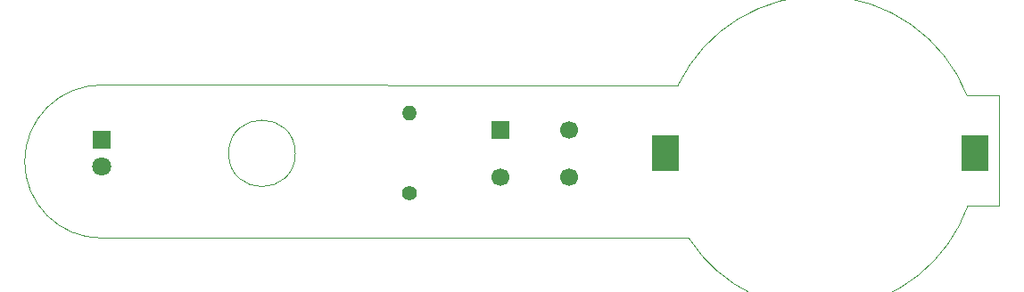
<source format=gbr>
%TF.GenerationSoftware,KiCad,Pcbnew,9.0.1*%
%TF.CreationDate,2025-06-02T10:32:27+09:00*%
%TF.ProjectId,Project 1 LED Torch,50726f6a-6563-4742-9031-204c45442054,1*%
%TF.SameCoordinates,Original*%
%TF.FileFunction,Soldermask,Top*%
%TF.FilePolarity,Negative*%
%FSLAX46Y46*%
G04 Gerber Fmt 4.6, Leading zero omitted, Abs format (unit mm)*
G04 Created by KiCad (PCBNEW 9.0.1) date 2025-06-02 10:32:27*
%MOMM*%
%LPD*%
G01*
G04 APERTURE LIST*
%ADD10C,1.800000*%
%ADD11R,1.800000X1.800000*%
%ADD12O,1.400000X1.400000*%
%ADD13C,1.400000*%
%ADD14C,1.700000*%
%ADD15R,1.700000X1.700000*%
%ADD16R,2.540000X3.510000*%
%TA.AperFunction,Profile*%
%ADD17C,0.050000*%
%TD*%
G04 APERTURE END LIST*
D10*
%TO.C,D1*%
X90250000Y-104765000D03*
D11*
X90250000Y-102225000D03*
%TD*%
D12*
%TO.C,R1*%
X119500000Y-99690000D03*
D13*
X119500000Y-107310000D03*
%TD*%
D14*
%TO.C,SW1*%
X134625000Y-105750000D03*
X128125000Y-105750000D03*
X134625000Y-101250000D03*
D15*
X128125000Y-101250000D03*
%TD*%
D16*
%TO.C,BT1*%
X143820000Y-103500000D03*
X173180000Y-103500000D03*
%TD*%
D17*
X90275000Y-97000000D02*
X145007191Y-97003463D01*
X90250000Y-111550043D02*
G75*
G02*
X90275000Y-97000000I0J7275043D01*
G01*
X175500000Y-98000000D02*
X174500000Y-98000000D01*
X175500000Y-108500000D02*
X175500000Y-98000000D01*
X174500000Y-108500000D02*
X175500000Y-108500000D01*
X172428779Y-98000000D02*
X174500000Y-98000000D01*
X172501874Y-108500000D02*
X174500000Y-108500000D01*
X172501874Y-108500000D02*
G75*
G02*
X146000001Y-111550000I-14001874J5000000D01*
G01*
X145007191Y-97003462D02*
G75*
G02*
X172428780Y-98000000I13492809J-6496538D01*
G01*
X90250000Y-111550000D02*
X146000000Y-111550000D01*
X108662278Y-103500000D02*
G75*
G02*
X102337722Y-103500000I-3162278J0D01*
G01*
X102337722Y-103500000D02*
G75*
G02*
X108662278Y-103500000I3162278J0D01*
G01*
M02*

</source>
